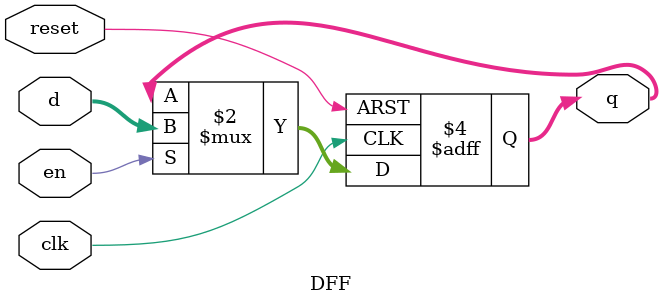
<source format=v>
module DFF #(parameter W = 32)
(input clk,
 input reset,
 input en,
 input [W-1:0] d,
 output reg [W-1:0] q
);

always @(posedge clk, posedge reset) begin
	if (reset) q <= 0;
	else if(en) q <= d;
end

endmodule
</source>
